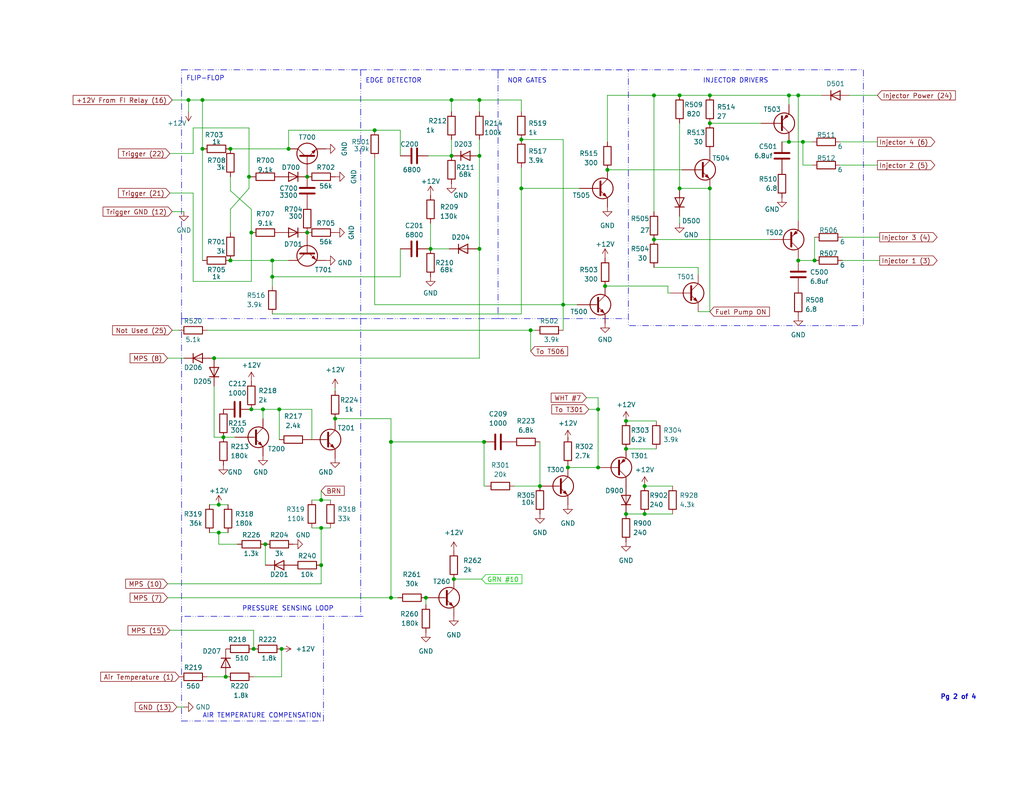
<source format=kicad_sch>
(kicad_sch (version 20230121) (generator eeschema)
  (paper "A")
  (title_block (title "D-Jetronic 0 280 000 034 ECU for Volvo") (date "2023-12-28") (comment 1 "Redrawn by David Farrington") (comment 2 "Copied from Dale Rembold") (comment 3 "Following Layout by F.W. Kerfoot"))
  (lib_symbols
    (symbol "BC328_1" (pin_numbers hide) (pin_names (offset 0) hide)
      (property "Reference" "Q" (at 5.08 1.905 0))
      (property "Value" "BC328" (at 5.08 0 0))
      (symbol "BC328_1_0_1"
        (polyline (pts (xy 0.635 0.635) (xy 2.54 2.54)))
        (polyline (pts (xy 0.635 -0.635) (xy 2.54 -2.54) (xy 2.54 -2.54)))
        (polyline (pts (xy 0.635 1.905) (xy 0.635 -1.905) (xy 0.635 -1.905)) (stroke (width 0.508)))
        (polyline (pts (xy 2.286 -1.778) (xy 1.778 -2.286) (xy 1.27 -1.27) (xy 2.286 -1.778) (xy 2.286 -1.778)) (fill (type outline)))
        (circle (center 1.27 0) (radius 2.8194) (stroke (width 0.254)))
      )
      (symbol "BC328_1_1_1"
        (pin passive line (at 2.54 5.08 270) (length 2.54) (name "C") (number "1"))
        (pin input line (at -5.08 0 0) (length 5.715) (name "B") (number "2"))
        (pin passive line (at 2.54 -5.08 90) (length 2.54) (name "E") (number "3"))
      )
    )
    (symbol "BC328_2" (pin_numbers hide) (pin_names (offset 0) hide)
      (property "Reference" "Q" (at 5.08 1.905 0))
      (property "Value" "BC328" (at 5.08 0 0))
      (symbol "BC328_2_0_1"
        (polyline (pts (xy 0.635 0.635) (xy 2.54 2.54)))
        (polyline (pts (xy 0.635 -0.635) (xy 2.54 -2.54) (xy 2.54 -2.54)))
        (polyline (pts (xy 0.635 1.905) (xy 0.635 -1.905) (xy 0.635 -1.905)) (stroke (width 0.508)))
        (polyline (pts (xy 2.286 -1.778) (xy 1.778 -2.286) (xy 1.27 -1.27) (xy 2.286 -1.778) (xy 2.286 -1.778)) (fill (type outline)))
        (circle (center 1.27 0) (radius 2.8194) (stroke (width 0.254)))
      )
      (symbol "BC328_2_1_1"
        (pin passive line (at 2.54 5.08 270) (length 2.54) (name "C") (number "1"))
        (pin input line (at -5.08 0 0) (length 5.715) (name "B") (number "2"))
        (pin passive line (at 2.54 -5.08 90) (length 2.54) (name "E") (number "3"))
      )
    )
    (symbol "BC337_1" (pin_numbers hide) (pin_names (offset 0) hide)
      (property "Reference" "Q" (at 5.08 1.905 0))
      (property "Value" "BC337" (at 5.08 0 0))
      (symbol "BC337_1_0_1"
        (polyline (pts (xy 0 0) (xy 0.635 0)))
        (polyline (pts (xy 0.635 0.635) (xy 2.54 2.54)))
        (polyline (pts (xy 0.635 -0.635) (xy 2.54 -2.54) (xy 2.54 -2.54)))
        (polyline (pts (xy 0.635 1.905) (xy 0.635 -1.905) (xy 0.635 -1.905)) (stroke (width 0.508)))
        (polyline (pts (xy 1.27 -1.778) (xy 1.778 -1.27) (xy 2.286 -2.286) (xy 1.27 -1.778) (xy 1.27 -1.778)) (fill (type outline)))
        (circle (center 1.27 0) (radius 2.8194) (stroke (width 0.254)))
      )
      (symbol "BC337_1_1_1"
        (pin passive line (at 2.54 5.08 270) (length 2.54) (name "C") (number "1"))
        (pin input line (at -5.08 0 0) (length 5.08) (name "B") (number "2"))
        (pin passive line (at 2.54 -5.08 90) (length 2.54) (name "E") (number "3"))
      )
    )
    (symbol "BC338_1" (pin_numbers hide) (pin_names (offset 0) hide)
      (property "Reference" "Q" (at 5.08 1.905 0))
      (property "Value" "BC338" (at 5.08 0 0))
      (symbol "BC338_1_0_1"
        (polyline (pts (xy 0 0) (xy 0.635 0)))
        (polyline (pts (xy 0.635 0.635) (xy 2.54 2.54)))
        (polyline (pts (xy 0.635 -0.635) (xy 2.54 -2.54) (xy 2.54 -2.54)))
        (polyline (pts (xy 0.635 1.905) (xy 0.635 -1.905) (xy 0.635 -1.905)) (stroke (width 0.508)))
        (polyline (pts (xy 1.27 -1.778) (xy 1.778 -1.27) (xy 2.286 -2.286) (xy 1.27 -1.778) (xy 1.27 -1.778)) (fill (type outline)))
        (circle (center 1.27 0) (radius 2.8194) (stroke (width 0.254)))
      )
      (symbol "BC338_1_1_1"
        (pin passive line (at 2.54 5.08 270) (length 2.54) (name "C") (number "1"))
        (pin input line (at -5.08 0 0) (length 5.08) (name "B") (number "2"))
        (pin passive line (at 2.54 -5.08 90) (length 2.54) (name "E") (number "3"))
      )
    )
    (symbol "BC338_2" (pin_numbers hide) (pin_names (offset 0) hide)
      (property "Reference" "Q" (at 5.08 1.905 0))
      (property "Value" "BC338" (at 5.08 0 0))
      (symbol "BC338_2_0_1"
        (polyline (pts (xy 0 0) (xy 0.635 0)))
        (polyline (pts (xy 0.635 0.635) (xy 2.54 2.54)))
        (polyline (pts (xy 0.635 -0.635) (xy 2.54 -2.54) (xy 2.54 -2.54)))
        (polyline (pts (xy 0.635 1.905) (xy 0.635 -1.905) (xy 0.635 -1.905)) (stroke (width 0.508)))
        (polyline (pts (xy 1.27 -1.778) (xy 1.778 -1.27) (xy 2.286 -2.286) (xy 1.27 -1.778) (xy 1.27 -1.778)) (fill (type outline)))
        (circle (center 1.27 0) (radius 2.8194) (stroke (width 0.254)))
      )
      (symbol "BC338_2_1_1"
        (pin passive line (at 2.54 5.08 270) (length 2.54) (name "C") (number "1"))
        (pin input line (at -5.08 0 0) (length 5.08) (name "B") (number "2"))
        (pin passive line (at 2.54 -5.08 90) (length 2.54) (name "E") (number "3"))
      )
    )
    (symbol "BC338_3" (pin_numbers hide) (pin_names (offset 0) hide)
      (property "Reference" "Q" (at 5.08 1.905 0))
      (property "Value" "BC338" (at 5.08 0 0))
      (symbol "BC338_3_0_1"
        (polyline (pts (xy 0 0) (xy 0.635 0)))
        (polyline (pts (xy 0.635 0.635) (xy 2.54 2.54)))
        (polyline (pts (xy 0.635 -0.635) (xy 2.54 -2.54) (xy 2.54 -2.54)))
        (polyline (pts (xy 0.635 1.905) (xy 0.635 -1.905) (xy 0.635 -1.905)) (stroke (width 0.508)))
        (polyline (pts (xy 1.27 -1.778) (xy 1.778 -1.27) (xy 2.286 -2.286) (xy 1.27 -1.778) (xy 1.27 -1.778)) (fill (type outline)))
        (circle (center 1.27 0) (radius 2.8194) (stroke (width 0.254)))
      )
      (symbol "BC338_3_1_1"
        (pin passive line (at 2.54 5.08 270) (length 2.54) (name "C") (number "1"))
        (pin input line (at -5.08 0 0) (length 5.08) (name "B") (number "2"))
        (pin passive line (at 2.54 -5.08 90) (length 2.54) (name "E") (number "3"))
      )
    )
    (symbol "Device:C" (pin_numbers hide) (pin_names (offset 0.254))
      (property "Reference" "C" (at 0.635 2.54 0))
      (property "Value" "C" (at 0.635 -2.54 0))
      (symbol "C_0_1"
        (polyline (pts (xy -2.032 -0.762) (xy 2.032 -0.762)) (stroke (width 0.508)))
        (polyline (pts (xy -2.032 0.762) (xy 2.032 0.762)) (stroke (width 0.508)))
      )
      (symbol "C_1_1"
        (pin passive line (at 0 3.81 270) (length 2.794) (name "~") (number "1"))
        (pin passive line (at 0 -3.81 90) (length 2.794) (name "~") (number "2"))
      )
    )
    (symbol "Device:D" (pin_numbers hide) (pin_names (offset 1.016) hide)
      (property "Reference" "D" (at 0 2.54 0))
      (property "Value" "D" (at 0 -2.54 0))
      (symbol "D_0_1"
        (polyline (pts (xy -1.27 1.27) (xy -1.27 -1.27)) (stroke (width 0.254)))
        (polyline (pts (xy 1.27 0) (xy -1.27 0)))
        (polyline (pts (xy 1.27 1.27) (xy 1.27 -1.27) (xy -1.27 0) (xy 1.27 1.27)) (stroke (width 0.254)))
      )
      (symbol "D_1_1"
        (pin passive line (at -3.81 0 0) (length 2.54) (name "K") (number "1"))
        (pin passive line (at 3.81 0 180) (length 2.54) (name "A") (number "2"))
      )
    )
    (symbol "Device:R" (pin_numbers hide) (pin_names (offset 0))
      (property "Reference" "R" (at 2.032 0 90))
      (property "Value" "R" (at 0 0 90))
      (symbol "R_0_1"
        (rectangle (start -1.016 -2.54) (end 1.016 2.54) (stroke (width 0.254)))
      )
      (symbol "R_1_1"
        (pin passive line (at 0 3.81 270) (length 1.27) (name "~") (number "1"))
        (pin passive line (at 0 -3.81 90) (length 1.27) (name "~") (number "2"))
      )
    )
    (symbol "Transistor_BJT:BC337" (pin_numbers hide) (pin_names (offset 0) hide)
      (property "Reference" "Q" (at 5.08 1.905 0))
      (property "Value" "BC337" (at 5.08 0 0))
      (symbol "BC337_0_1"
        (polyline (pts (xy 0 0) (xy 0.635 0)))
        (polyline (pts (xy 0.635 0.635) (xy 2.54 2.54)))
        (polyline (pts (xy 0.635 -0.635) (xy 2.54 -2.54) (xy 2.54 -2.54)))
        (polyline (pts (xy 0.635 1.905) (xy 0.635 -1.905) (xy 0.635 -1.905)) (stroke (width 0.508)))
        (polyline (pts (xy 1.27 -1.778) (xy 1.778 -1.27) (xy 2.286 -2.286) (xy 1.27 -1.778) (xy 1.27 -1.778)) (fill (type outline)))
        (circle (center 1.27 0) (radius 2.8194) (stroke (width 0.254)))
      )
      (symbol "BC337_1_1"
        (pin passive line (at 2.54 5.08 270) (length 2.54) (name "C") (number "1"))
        (pin input line (at -5.08 0 0) (length 5.08) (name "B") (number "2"))
        (pin passive line (at 2.54 -5.08 90) (length 2.54) (name "E") (number "3"))
      )
    )
    (symbol "Transistor_BJT:BC338" (pin_numbers hide) (pin_names (offset 0) hide)
      (property "Reference" "Q" (at 5.08 1.905 0))
      (property "Value" "BC338" (at 5.08 0 0))
      (symbol "BC338_0_1"
        (polyline (pts (xy 0 0) (xy 0.635 0)))
        (polyline (pts (xy 0.635 0.635) (xy 2.54 2.54)))
        (polyline (pts (xy 0.635 -0.635) (xy 2.54 -2.54) (xy 2.54 -2.54)))
        (polyline (pts (xy 0.635 1.905) (xy 0.635 -1.905) (xy 0.635 -1.905)) (stroke (width 0.508)))
        (polyline (pts (xy 1.27 -1.778) (xy 1.778 -1.27) (xy 2.286 -2.286) (xy 1.27 -1.778) (xy 1.27 -1.778)) (fill (type outline)))
        (circle (center 1.27 0) (radius 2.8194) (stroke (width 0.254)))
      )
      (symbol "BC338_1_1"
        (pin passive line (at 2.54 5.08 270) (length 2.54) (name "C") (number "1"))
        (pin input line (at -5.08 0 0) (length 5.08) (name "B") (number "2"))
        (pin passive line (at 2.54 -5.08 90) (length 2.54) (name "E") (number "3"))
      )
    )
    (symbol "power:+12V" (power) (pin_names (offset 0))
      (property "Value" "+12V" (at 0 3.556 0))
      (symbol "+12V_0_1"
        (polyline (pts (xy -0.762 1.27) (xy 0 2.54)))
        (polyline (pts (xy 0 0) (xy 0 2.54)))
        (polyline (pts (xy 0 2.54) (xy 0.762 1.27)))
      )
      (symbol "+12V_1_1"
        (pin power_in line (at 0 0 90) (length 0) hide (name "+12V") (number "1"))
      )
    )
    (symbol "power:GND" (power) (pin_names (offset 0))
      (property "Value" "GND" (at 0 -3.81 0))
      (symbol "GND_0_1"
        (polyline (pts (xy 0 0) (xy 0 -1.27) (xy 1.27 -1.27) (xy 0 -2.54) (xy -1.27 -1.27) (xy 0 -1.27)))
      )
      (symbol "GND_1_1"
        (pin power_in line (at 0 0 270) (length 0) hide (name "GND") (number "1"))
      )
    )
  )
  (junction (at 185.42 51.435))
  (junction (at 147.32 132.715))
  (junction (at 117.475 67.945))
  (junction (at 165.735 46.355))
  (junction (at 62.865 71.12))
  (junction (at 123.19 27.305))
  (junction (at 68.58 111.76))
  (junction (at 74.295 75.565))
  (junction (at 116.205 163.195))
  (junction (at 222.25 71.12))
  (junction (at 60.96 119.38))
  (junction (at 87.63 154.305))
  (junction (at 61.595 184.785))
  (junction (at 215.265 26.035))
  (junction (at 68.58 63.5))
  (junction (at 78.74 40.64))
  (junction (at 193.675 33.655))
  (junction (at 67.945 48.26))
  (junction (at 154.94 127.635))
  (junction (at 59.69 137.795))
  (junction (at 217.805 26.035))
  (junction (at 55.245 27.305))
  (junction (at 62.865 40.64))
  (junction (at 175.895 132.715))
  (junction (at 76.835 177.165))
  (junction (at 51.435 27.305))
  (junction (at 102.235 35.56))
  (junction (at 123.19 42.545))
  (junction (at 76.2 111.76))
  (junction (at 219.075 38.735))
  (junction (at 193.675 51.435))
  (junction (at 193.675 26.035))
  (junction (at 132.08 120.65))
  (junction (at 163.195 127.635))
  (junction (at 142.24 51.435))
  (junction (at 144.78 90.17))
  (junction (at 58.42 97.79))
  (junction (at 163.195 111.76))
  (junction (at 215.265 38.735))
  (junction (at 74.295 71.12))
  (junction (at 170.815 122.555))
  (junction (at 178.435 26.035))
  (junction (at 59.69 145.415))
  (junction (at 71.755 111.76))
  (junction (at 106.68 163.195))
  (junction (at 175.895 140.335))
  (junction (at 83.82 48.26))
  (junction (at 91.44 114.3))
  (junction (at 87.63 136.525))
  (junction (at 83.82 63.5))
  (junction (at 130.81 42.545))
  (junction (at 170.815 114.935))
  (junction (at 69.215 177.165))
  (junction (at 130.81 67.945))
  (junction (at 185.42 26.035))
  (junction (at 142.24 38.1))
  (junction (at 55.245 40.64))
  (junction (at 165.1 78.105))
  (junction (at 153.67 83.185))
  (junction (at 72.39 148.59))
  (junction (at 123.825 158.115))
  (junction (at 170.815 140.335))
  (junction (at 217.805 71.12))
  (junction (at 178.435 65.405))
  (junction (at 106.68 120.65))
  (junction (at 130.81 27.305))
  (junction (at 87.63 144.145))
  (wire (pts (xy 132.08 132.715) (xy 132.715 132.715)))
  (wire (pts (xy 52.705 52.705) (xy 52.705 76.835)))
  (wire (pts (xy 219.075 45.085) (xy 219.075 38.735)))
  (wire (pts (xy 116.205 165.1) (xy 116.205 163.195)))
  (wire (pts (xy 68.58 57.15) (xy 68.58 63.5)))
  (wire (pts (xy 68.58 76.835) (xy 68.58 63.5)))
  (wire (pts (xy 170.815 140.335) (xy 175.895 140.335)))
  (polyline (pts (xy 49.53 168.275) (xy 49.53 196.85)) (stroke (width 0) (type dash_dot_dot)))
  (wire (pts (xy 142.24 51.435) (xy 158.115 51.435)))
  (wire (pts (xy 59.69 148.59) (xy 64.77 148.59)))
  (wire (pts (xy 229.235 45.085) (xy 239.395 45.085)))
  (wire (pts (xy 45.72 159.385) (xy 87.63 159.385)))
  (wire (pts (xy 160.02 108.585) (xy 163.195 108.585)))
  (wire (pts (xy 67.945 48.26) (xy 68.58 48.26)))
  (wire (pts (xy 52.705 76.835) (xy 68.58 76.835)))
  (wire (pts (xy 144.78 90.17) (xy 146.05 90.17)))
  (wire (pts (xy 78.74 35.56) (xy 102.235 35.56)))
  (wire (pts (xy 142.24 85.725) (xy 142.24 51.435)))
  (wire (pts (xy 231.775 26.035) (xy 239.395 26.035)))
  (wire (pts (xy 51.435 27.305) (xy 51.435 30.48)))
  (wire (pts (xy 106.68 120.65) (xy 132.08 120.65)))
  (wire (pts (xy 165.735 26.035) (xy 165.735 38.735)))
  (wire (pts (xy 182.245 80.01) (xy 182.88 80.01)))
  (wire (pts (xy 74.295 75.565) (xy 74.295 78.105)))
  (wire (pts (xy 130.81 42.545) (xy 130.81 67.945)))
  (wire (pts (xy 142.24 38.1) (xy 153.67 38.1)))
  (wire (pts (xy 46.355 52.705) (xy 52.705 52.705)))
  (wire (pts (xy 229.87 71.12) (xy 240.03 71.12)))
  (wire (pts (xy 217.805 26.035) (xy 224.155 26.035)))
  (wire (pts (xy 109.22 35.56) (xy 109.22 42.545)))
  (wire (pts (xy 185.42 60.96) (xy 185.42 59.055)))
  (wire (pts (xy 78.74 40.64) (xy 78.74 35.56)))
  (wire (pts (xy 185.42 26.035) (xy 193.675 26.035)))
  (wire (pts (xy 185.42 51.435) (xy 193.675 51.435)))
  (wire (pts (xy 52.705 41.91) (xy 52.705 34.925)))
  (wire (pts (xy 74.295 75.565) (xy 74.295 71.12)))
  (wire (pts (xy 130.81 67.945) (xy 130.81 97.79)))
  (wire (pts (xy 57.785 97.79) (xy 58.42 97.79)))
  (wire (pts (xy 72.39 148.59) (xy 72.39 154.305)))
  (wire (pts (xy 87.63 144.145) (xy 87.63 154.305)))
  (wire (pts (xy 76.2 111.76) (xy 76.2 120.015)))
  (wire (pts (xy 123.19 38.1) (xy 123.19 42.545)))
  (wire (pts (xy 193.675 85.09) (xy 193.675 51.435)))
  (wire (pts (xy 55.245 40.64) (xy 55.245 71.12)))
  (wire (pts (xy 221.615 38.735) (xy 219.075 38.735)))
  (wire (pts (xy 130.81 38.1) (xy 130.81 42.545)))
  (wire (pts (xy 51.435 27.305) (xy 55.245 27.305)))
  (wire (pts (xy 55.245 27.305) (xy 55.245 40.64)))
  (wire (pts (xy 144.78 90.17) (xy 144.78 95.885)))
  (wire (pts (xy 62.865 71.12) (xy 74.295 71.12)))
  (wire (pts (xy 87.63 133.985) (xy 87.63 136.525)))
  (wire (pts (xy 62.865 52.07) (xy 68.58 57.15)))
  (wire (pts (xy 182.245 78.105) (xy 165.1 78.105)))
  (wire (pts (xy 67.945 34.925) (xy 67.945 48.26)))
  (wire (pts (xy 190.5 74.93) (xy 190.5 73.025)))
  (wire (pts (xy 163.195 111.76) (xy 163.195 127.635)))
  (wire (pts (xy 91.44 106.68) (xy 91.44 106.045)))
  (wire (pts (xy 57.15 145.415) (xy 59.69 145.415)))
  (wire (pts (xy 132.08 120.65) (xy 132.08 132.715)))
  (wire (pts (xy 154.94 119.38) (xy 154.94 120.015)))
  (wire (pts (xy 102.235 43.18) (xy 102.235 83.185)))
  (wire (pts (xy 217.805 70.485) (xy 217.805 71.12)))
  (wire (pts (xy 215.265 26.035) (xy 215.265 28.575)))
  (wire (pts (xy 170.815 114.935) (xy 179.07 114.935)))
  (wire (pts (xy 69.215 177.165) (xy 69.215 172.085)))
  (wire (pts (xy 106.68 120.65) (xy 106.68 163.195)))
  (wire (pts (xy 130.175 67.945) (xy 130.81 67.945)))
  (wire (pts (xy 46.355 41.91) (xy 52.705 41.91)))
  (polyline (pts (xy 88.265 196.85) (xy 88.265 168.275)) (stroke (width 0) (type dash_dot_dot)))
  (wire (pts (xy 109.22 67.945) (xy 109.22 75.565)))
  (wire (pts (xy 154.94 127) (xy 154.94 127.635)))
  (wire (pts (xy 58.42 119.38) (xy 60.96 119.38)))
  (wire (pts (xy 163.195 108.585) (xy 163.195 111.76)))
  (polyline (pts (xy 135.89 19.05) (xy 135.89 19.685)))
  (polyline (pts (xy 98.425 86.995) (xy 98.425 168.275)) (stroke (width 0) (type dash_dot_dot)))
  (wire (pts (xy 74.295 85.725) (xy 142.24 85.725)))
  (wire (pts (xy 74.295 71.12) (xy 78.74 71.12)))
  (polyline (pts (xy 49.53 86.995) (xy 98.425 86.995)) (stroke (width 0) (type dash_dot_dot)))
  (wire (pts (xy 193.675 33.655) (xy 207.645 33.655)))
  (wire (pts (xy 61.595 184.785) (xy 56.515 184.785)))
  (wire (pts (xy 87.63 144.145) (xy 90.17 144.145)))
  (wire (pts (xy 50.165 97.79) (xy 45.72 97.79)))
  (wire (pts (xy 55.245 27.305) (xy 123.19 27.305)))
  (wire (pts (xy 87.63 154.305) (xy 87.63 159.385)))
  (wire (pts (xy 58.42 97.79) (xy 130.81 97.79)))
  (wire (pts (xy 102.235 83.185) (xy 153.67 83.185)))
  (wire (pts (xy 147.32 120.65) (xy 147.32 132.715)))
  (wire (pts (xy 46.99 57.785) (xy 50.165 57.785)))
  (polyline (pts (xy 49.53 86.995) (xy 49.53 168.275)) (stroke (width 0) (type dash_dot_dot)))
  (wire (pts (xy 45.72 163.195) (xy 106.68 163.195)))
  (wire (pts (xy 222.25 64.77) (xy 222.25 71.12)))
  (polyline (pts (xy 49.53 19.05) (xy 98.425 19.05)) (stroke (width 0) (type dash_dot_dot)))
  (wire (pts (xy 106.68 163.195) (xy 108.585 163.195)))
  (wire (pts (xy 76.835 184.785) (xy 76.835 177.165)))
  (wire (pts (xy 58.42 105.41) (xy 58.42 119.38)))
  (wire (pts (xy 46.99 90.17) (xy 48.895 90.17)))
  (polyline (pts (xy 135.89 19.05) (xy 171.45 19.05)) (stroke (width 0) (type dash_dot)))
  (wire (pts (xy 117.475 60.96) (xy 117.475 67.945)))
  (wire (pts (xy 190.5 73.025) (xy 178.435 73.025)))
  (wire (pts (xy 106.68 120.65) (xy 106.68 114.3)))
  (wire (pts (xy 57.15 137.795) (xy 59.69 137.795)))
  (wire (pts (xy 62.865 40.64) (xy 78.74 40.64)))
  (wire (pts (xy 71.755 111.76) (xy 68.58 111.76)))
  (wire (pts (xy 193.675 26.035) (xy 215.265 26.035)))
  (wire (pts (xy 217.805 71.12) (xy 222.25 71.12)))
  (wire (pts (xy 178.435 26.035) (xy 185.42 26.035)))
  (wire (pts (xy 85.09 120.015) (xy 85.09 111.76)))
  (wire (pts (xy 154.94 127.635) (xy 163.195 127.635)))
  (wire (pts (xy 221.615 45.085) (xy 219.075 45.085)))
  (wire (pts (xy 91.44 114.3) (xy 106.68 114.3)))
  (polyline (pts (xy 98.425 19.05) (xy 135.89 19.05)) (stroke (width 0) (type dash_dot_dot)))
  (wire (pts (xy 85.09 111.76) (xy 76.2 111.76)))
  (wire (pts (xy 69.215 184.785) (xy 76.835 184.785)))
  (wire (pts (xy 217.805 26.035) (xy 217.805 60.325)))
  (wire (pts (xy 215.265 26.035) (xy 217.805 26.035)))
  (wire (pts (xy 74.295 75.565) (xy 109.22 75.565)))
  (polyline (pts (xy 98.425 168.275) (xy 99.06 168.275)))
  (wire (pts (xy 142.24 51.435) (xy 142.24 45.72)))
  (wire (pts (xy 123.825 158.115) (xy 131.445 158.115)))
  (wire (pts (xy 178.435 65.405) (xy 210.185 65.405)))
  (polyline (pts (xy 98.425 168.275) (xy 49.53 168.275)) (stroke (width 0) (type dash_dot_dot)))
  (polyline (pts (xy 98.425 86.995) (xy 135.89 86.995)) (stroke (width 0) (type dash_dot_dot)))
  (wire (pts (xy 165.735 26.035) (xy 178.435 26.035)))
  (wire (pts (xy 91.44 114.3) (xy 91.44 114.935)))
  (wire (pts (xy 185.42 33.655) (xy 185.42 51.435)))
  (polyline (pts (xy 135.89 86.995) (xy 171.45 86.995)) (stroke (width 0) (type dash_dot_dot)))
  (wire (pts (xy 52.705 34.925) (xy 67.945 34.925)))
  (wire (pts (xy 160.655 111.76) (xy 163.195 111.76)))
  (wire (pts (xy 123.19 27.305) (xy 123.19 30.48)))
  (wire (pts (xy 59.69 145.415) (xy 62.23 145.415)))
  (wire (pts (xy 85.09 136.525) (xy 87.63 136.525)))
  (wire (pts (xy 153.67 83.185) (xy 157.48 83.185)))
  (wire (pts (xy 153.67 38.1) (xy 153.67 83.185)))
  (wire (pts (xy 50.165 193.04) (xy 48.26 193.04)))
  (wire (pts (xy 62.865 57.15) (xy 62.865 63.5)))
  (wire (pts (xy 116.84 42.545) (xy 123.19 42.545)))
  (wire (pts (xy 175.895 140.335) (xy 183.515 140.335)))
  (wire (pts (xy 130.81 27.305) (xy 142.24 27.305)))
  (wire (pts (xy 165.735 46.355) (xy 186.055 46.355)))
  (wire (pts (xy 87.63 136.525) (xy 90.17 136.525)))
  (wire (pts (xy 140.335 132.715) (xy 147.32 132.715)))
  (wire (pts (xy 190.5 85.09) (xy 193.675 85.09)))
  (wire (pts (xy 182.245 80.01) (xy 182.245 78.105)))
  (wire (pts (xy 67.945 48.26) (xy 67.945 51.435)))
  (wire (pts (xy 60.96 119.38) (xy 64.135 119.38)))
  (polyline (pts (xy 49.53 86.995) (xy 49.53 19.05)) (stroke (width 0) (type dash_dot_dot)))
  (wire (pts (xy 153.67 90.17) (xy 153.67 83.185)))
  (polyline (pts (xy 49.53 196.85) (xy 88.265 196.85)) (stroke (width 0) (type dash_dot_dot)))
  (wire (pts (xy 102.235 35.56) (xy 109.22 35.56)))
  (wire (pts (xy 117.475 67.945) (xy 122.555 67.945)))
  (wire (pts (xy 123.19 27.305) (xy 130.81 27.305)))
  (wire (pts (xy 85.09 144.145) (xy 87.63 144.145)))
  (polyline (pts (xy 135.89 19.685) (xy 135.89 86.995)) (stroke (width 0) (type dash_dot_dot)))
  (wire (pts (xy 71.755 111.76) (xy 71.755 114.3)))
  (wire (pts (xy 175.895 132.715) (xy 183.515 132.715)))
  (wire (pts (xy 229.235 38.735) (xy 239.395 38.735)))
  (wire (pts (xy 62.865 48.26) (xy 62.865 52.07)))
  (wire (pts (xy 229.87 64.77) (xy 240.03 64.77)))
  (wire (pts (xy 69.215 172.085) (xy 46.355 172.085)))
  (wire (pts (xy 116.84 67.945) (xy 117.475 67.945)))
  (wire (pts (xy 59.69 145.415) (xy 59.69 148.59)))
  (wire (pts (xy 170.815 122.555) (xy 179.07 122.555)))
  (wire (pts (xy 215.265 38.735) (xy 219.075 38.735)))
  (polyline (pts (xy 98.425 19.05) (xy 98.425 86.995)) (stroke (width 0) (type dash_dot_dot)))
  (wire (pts (xy 178.435 26.035) (xy 178.435 57.785)))
  (wire (pts (xy 213.36 38.735) (xy 215.265 38.735)))
  (wire (pts (xy 56.515 90.17) (xy 144.78 90.17)))
  (wire (pts (xy 59.69 137.795) (xy 62.23 137.795)))
  (wire (pts (xy 142.24 27.305) (xy 142.24 30.48)))
  (wire (pts (xy 67.945 51.435) (xy 62.865 57.15)))
  (wire (pts (xy 71.755 111.76) (xy 76.2 111.76)))
  (wire (pts (xy 46.99 27.305) (xy 51.435 27.305)))
  (wire (pts (xy 130.81 27.305) (xy 130.81 30.48)))
  (rectangle (start 171.45 19.05) (end 235.585 88.9) (stroke (width 0) (type dash_dot_dot)))
  (text "Pg 2 of 4" (at 256.54 191.135 0) (effects (font (size 1.27 1.27) bold) (justify left bottom)))
  (text "PRESSURE SENSING LOOP" (at 66.04 167.005 0) (effects (font (size 1.27 1.27)) (justify left bottom)))
  (text "EDGE DETECTOR" (at 99.695 22.86 0) (effects (font (size 1.27 1.27)) (justify left bottom)))
  (text "FLIP-FLOP" (at 50.8 22.225 0) (effects (font (size 1.27 1.27)) (justify left bottom)))
  (text "NOR GATES" (at 138.43 22.86 0) (effects (font (size 1.27 1.27)) (justify left bottom)))
  (text "AIR TEMPERATURE COMPENSATION" (at 55.245 196.215 0) (effects (font (size 1.27 1.27)) (justify left bottom)))
  (text "INJECTOR DRIVERS" (at 191.77 22.86 0) (effects (font (size 1.27 1.27)) (justify left bottom)))
  (global_label "Not Used (25)" (shape input) (at 46.99 90.17 180) (property "Intersheetrefs" "${INTERSHEET_REFS}" (at 30.2352 90.17 0) (effects (justify right))))
  (global_label "Trigger GND (12)" (shape input) (at 46.99 57.785 180) (property "Intersheetrefs" "${INTERSHEET_REFS}" (at 27.6347 57.785 0) (effects (justify right))))
  (global_label "Injector Power (24)" (shape input) (at 239.395 26.035 0) (property "Intersheetrefs" "${INTERSHEET_REFS}" (at 261.1694 26.035 0) (effects (justify left))))
  (global_label "To T506" (shape input) (at 144.78 95.885 0) (property "Intersheetrefs" "${INTERSHEET_REFS}" (at 155.4455 95.885 0) (effects (justify left))))
  (global_label "MPS (8)" (shape input) (at 45.72 97.79 180) (property "Intersheetrefs" "${INTERSHEET_REFS}" (at 35.0128 97.79 0) (effects (justify right))))
  (global_label "Air Temperature (1)" (shape input) (at 48.895 184.785 180) (property "Intersheetrefs" "${INTERSHEET_REFS}" (at 26.9997 184.785 0) (effects (justify right))))
  (global_label "+12V From FI Relay (16)" (shape input) (at 46.99 27.305 180) (property "Intersheetrefs" "${INTERSHEET_REFS}" (at 19.4705 27.305 0) (effects (justify right))))
  (global_label "Fuel Pump ON" (shape input) (at 193.675 85.09 0) (property "Intersheetrefs" "${INTERSHEET_REFS}" (at 210.5091 85.09 0) (effects (justify left))))
  (global_label "MPS (10)" (shape input) (at 45.72 159.385 180) (property "Intersheetrefs" "${INTERSHEET_REFS}" (at 33.8033 159.385 0) (effects (justify right))))
  (global_label "Injector 1 (3)" (shape output) (at 240.03 71.12 0) (property "Intersheetrefs" "${INTERSHEET_REFS}" (at 256.1801 71.12 0) (effects (justify left))))
  (global_label "Injector 2 (5)" (shape output) (at 239.395 45.085 0) (property "Intersheetrefs" "${INTERSHEET_REFS}" (at 255.5451 45.085 0) (effects (justify left))))
  (global_label "Trigger (22)" (shape input) (at 46.355 41.91 180) (property "Intersheetrefs" "${INTERSHEET_REFS}" (at 31.8378 41.91 0) (effects (justify right))))
  (global_label "GND (13)" (shape input) (at 48.26 193.04 180) (property "Intersheetrefs" "${INTERSHEET_REFS}" (at 36.4037 193.04 0) (effects (justify right))))
  (global_label "Trigger (21)" (shape input) (at 46.355 52.705 180) (property "Intersheetrefs" "${INTERSHEET_REFS}" (at 31.8378 52.705 0) (effects (justify right))))
  (global_label "To T301" (shape input) (at 160.655 111.76 180) (property "Intersheetrefs" "${INTERSHEET_REFS}" (at 149.9895 111.76 0) (effects (justify right))))
  (global_label "Injector 4 (6)" (shape output) (at 239.395 38.735 0) (property "Intersheetrefs" "${INTERSHEET_REFS}" (at 255.5451 38.735 0) (effects (justify left))))
  (global_label "GRN #10" (shape input) (at 131.445 158.115 0) (property "Intersheetrefs" "${INTERSHEET_REFS}" (at 142.9573 158.115 0) (effects (justify left))))
  (global_label "MPS (7)" (shape input) (at 45.72 163.195 180) (property "Intersheetrefs" "${INTERSHEET_REFS}" (at 35.0128 163.195 0) (effects (justify right))))
  (global_label "WHT #7" (shape input) (at 160.02 108.585 180) (property "Intersheetrefs" "${INTERSHEET_REFS}" (at 149.8382 108.585 0) (effects (justify right))))
  (global_label "Injector 3 (4)" (shape output) (at 240.03 64.77 0) (property "Intersheetrefs" "${INTERSHEET_REFS}" (at 256.1801 64.77 0) (effects (justify left))))
  (global_label "BRN" (shape input) (at 87.63 133.985 0) (property "Intersheetrefs" "${INTERSHEET_REFS}" (at 94.4857 133.985 0) (effects (justify left))))
  (global_label "MPS (15)" (shape input) (at 46.355 172.085 180) (property "Intersheetrefs" "${INTERSHEET_REFS}" (at 34.4383 172.085 0) (effects (justify right))))
  (symbol (lib_id "Device:D") (at 185.42 55.245 90) (unit 1)
    (property "Reference" "D500" (at 186.055 60.325 90) (effects (justify right)))
    (property "Value" "D" (effects hide))
    (property "Sim.Device" "D" (effects hide))
    (property "Sim.Pins" "1=K 2=A" (effects hide))
  )
  (symbol (lib_name "BC337_1") (lib_id "Transistor_BJT:BC337") (at 152.4 132.715 0) (unit 1)
    (property "Reference" "T300" (at 149.225 128.27 0) (effects (justify left)))
    (property "Value" "BC337" (effects hide))
    (property "Footprint" "Package_TO_SOT_THT:TO-92_Inline" (effects hide))
    (property "Datasheet" "https://diotec.com/tl_files/diotec/files/pdf/datasheets/bc337.pdf" (effects hide))
    (instances (project "034 ECU v4" (path "" (reference "T300") (unit 1))) (project "Bosch 280000034 v2" (path "" (reference "T501") (unit 1))) (project "Bosch 280000034 v3" (path "" (reference "T501") (unit 1))))
  )
  (symbol (lib_id "Device:R") (at 65.405 177.165 90) (unit 1)
    (property "Reference" "R218" (at 67.31 174.625 90) (effects (justify left)))
    (property "Value" "510" (at 67.945 179.705 90) (effects (justify left)))
  )
  (symbol (lib_id "power:GND") (at 88.9 40.64 90) (unit 1)
    (property "Reference" "#PWR022" (effects hide))
    (property "Value" "GND" (at 93.98 40.64 0))
  )
  (symbol (lib_id "Device:D") (at 170.815 136.525 90) (unit 1)
    (property "Reference" "D900" (at 165.1 133.985 90) (effects (justify right)))
    (property "Value" "D" (effects hide))
    (property "Sim.Device" "D" (effects hide))
    (property "Sim.Pins" "1=K 2=A" (effects hide))
  )
  (symbol (lib_id "power:GND") (at 91.44 63.5 90) (unit 1)
    (property "Reference" "#PWR06" (effects hide))
    (property "Value" "GND" (at 95.885 63.5 0))
  )
  (symbol (lib_name "BC337_1") (lib_id "Transistor_BJT:BC337") (at 187.96 80.01 0) (unit 1)
    (property "Reference" "T501" (at 184.785 75.565 0) (effects (justify left)))
    (property "Value" "BC337" (effects hide))
    (property "Footprint" "Package_TO_SOT_THT:TO-92_Inline" (effects hide))
    (property "Datasheet" "https://diotec.com/tl_files/diotec/files/pdf/datasheets/bc337.pdf" (effects hide))
  )
  (symbol (lib_id "Device:R") (at 154.94 123.19 0) (unit 1)
    (property "Reference" "R302" (at 156.845 121.92 0) (effects (justify left)))
    (property "Value" "2.7k" (at 156.845 124.46 0) (effects (justify left)))
  )
  (symbol (lib_id "Device:D") (at 58.42 101.6 270) (mirror x) (unit 1)
    (property "Reference" "D205" (at 55.245 104.14 90))
    (property "Sim.Device" "D" (effects hide))
    (property "Sim.Pins" "1=K 2=A" (effects hide))
    (instances (project "034 ECU v4" (path "" (reference "D205") (unit 1))) (project "Bosch 280000034 v2" (path "" (reference "D204") (unit 1))) (project "Bosch 280000034 v3" (path "" (reference "D204") (unit 1))))
  )
  (symbol (lib_id "Device:R") (at 52.705 184.785 270) (unit 1)
    (property "Reference" "R219" (at 52.705 182.245 90))
    (property "Value" "560" (at 52.705 187.325 90))
  )
  (symbol (lib_name "BC338_1") (lib_id "Transistor_BJT:BC338") (at 83.82 43.18 90) (unit 1)
    (property "Reference" "T700" (at 83.82 37.465 90))
    (property "Value" "BC338" (effects hide))
    (property "Footprint" "Package_TO_SOT_THT:TO-92_Inline" (effects hide))
    (property "Datasheet" "http://diotec.com/tl_files/diotec/files/pdf/datasheets/bc337" (effects hide))
  )
  (symbol (lib_id "Device:D") (at 80.01 48.26 180) (unit 1)
    (property "Reference" "D700" (at 79.375 45.72 0))
    (property "Value" "D" (effects hide))
    (property "Sim.Device" "D" (effects hide))
    (property "Sim.Pins" "1=K 2=A" (effects hide))
  )
  (symbol (lib_id "Device:R") (at 116.205 168.91 0) (mirror y) (unit 1)
    (property "Reference" "R260" (at 114.3 167.64 0) (effects (justify left)))
    (property "Value" "180k" (at 114.3 170.18 0) (effects (justify left)))
  )
  (symbol (lib_id "Device:R") (at 178.435 61.595 0) (unit 1)
    (property "Reference" "R505" (at 172.085 59.69 0) (effects (justify left)))
    (property "Value" "27" (at 174.625 62.865 0) (effects (justify left)))
  )
  (symbol (lib_name "BC338_2") (lib_id "Transistor_BJT:BC338") (at 163.195 51.435 0) (unit 1)
    (property "Reference" "T505" (at 156.21 53.34 0) (effects (justify left)))
    (property "Value" "BC338" (effects hide))
    (property "Footprint" "Package_TO_SOT_THT:TO-92_Inline" (effects hide))
    (property "Datasheet" "http://diotec.com/tl_files/diotec/files/pdf/datasheets/bc337" (effects hide))
  )
  (symbol (lib_id "Device:R") (at 147.32 136.525 0) (unit 1)
    (property "Reference" "R305" (at 140.97 135.255 0) (effects (justify left)))
    (property "Value" "10k" (at 142.24 137.16 0) (effects (justify left)))
  )
  (symbol (lib_id "power:+12V") (at 59.69 137.795 0) (unit 1)
    (property "Reference" "#PWR0106" (effects hide))
    (property "Value" "+12V" (at 59.69 133.985 0))
  )
  (symbol (lib_id "Device:R") (at 72.39 48.26 90) (unit 1)
    (property "Reference" "R700" (at 72.39 43.815 90))
    (property "Value" "9.1k" (at 72.39 46.355 90))
  )
  (symbol (lib_id "power:+12V") (at 51.435 30.48 0) (mirror x) (unit 1)
    (property "Reference" "#PWR03" (effects hide))
    (property "Value" "+12V" (at 48.26 33.655 0))
  )
  (symbol (lib_id "power:GND") (at 117.475 75.565 0) (unit 1)
    (property "Reference" "#PWR02" (effects hide))
    (property "Value" "GND" (at 117.475 80.01 0))
    (instances (project "034 ECU v4" (path "" (reference "#PWR02") (unit 1))) (project "Bosch 280000034 v2" (path "" (reference "#PWR02") (unit 1))) (project "Bosch 280000034 v3" (path "" (reference "#PWR09") (unit 1))))
  )
  (symbol (lib_id "Device:R") (at 193.675 29.845 0) (unit 1)
    (property "Reference" "R514" (at 195.58 29.21 0) (effects (justify left)))
    (property "Value" "27" (at 195.58 31.75 0) (effects (justify left)))
  )
  (symbol (lib_id "Device:R") (at 65.405 184.785 90) (mirror x) (unit 1)
    (property "Reference" "R220" (at 67.945 187.325 90) (effects (justify left)))
    (property "Value" "1.8k" (at 67.945 189.865 90) (effects (justify left)))
  )
  (symbol (lib_id "Device:R") (at 217.805 82.55 0) (unit 1)
    (property "Reference" "R508" (at 219.71 81.915 0) (effects (justify left)))
    (property "Value" "6.8" (at 219.71 84.455 0) (effects (justify left)))
  )
  (symbol (lib_id "Device:R") (at 83.82 154.305 90) (unit 1)
    (property "Reference" "R240" (at 83.82 151.765 90))
    (property "Value" "10k" (at 83.82 156.845 90))
  )
  (symbol (lib_id "power:+12V") (at 154.94 120.015 0) (unit 1)
    (property "Reference" "#PWR026" (effects hide))
    (property "Value" "+12V" (at 154.94 115.57 0))
  )
  (symbol (lib_id "power:+12V") (at 170.815 114.935 0) (unit 1)
    (property "Reference" "#PWR027" (effects hide))
    (property "Value" "+12V" (at 170.815 110.49 0))
  )
  (symbol (lib_id "Device:R") (at 143.51 120.65 90) (unit 1)
    (property "Reference" "R223" (at 143.51 114.935 90))
    (property "Value" "6.8k" (at 143.51 117.475 90))
  )
  (symbol (lib_name "BC337_1") (lib_id "Transistor_BJT:BC337") (at 121.285 163.195 0) (unit 1)
    (property "Reference" "T260" (at 118.11 158.75 0) (effects (justify left)))
    (property "Value" "BC337" (effects hide))
    (property "Footprint" "Package_TO_SOT_THT:TO-92_Inline" (effects hide))
    (property "Datasheet" "https://diotec.com/tl_files/diotec/files/pdf/datasheets/bc337.pdf" (effects hide))
    (instances (project "034 ECU v4" (path "" (reference "T260") (unit 1))) (project "Bosch 280000034 v2" (path "" (reference "T501") (unit 1))) (project "Bosch 280000034 v3" (path "" (reference "T501") (unit 1))))
  )
  (symbol (lib_id "Device:D") (at 80.01 63.5 0) (mirror y) (unit 1)
    (property "Reference" "D701" (at 80.01 66.675 0))
    (property "Value" "D" (effects hide))
    (property "Sim.Device" "D" (effects hide))
    (property "Sim.Pins" "1=K 2=A" (effects hide))
  )
  (symbol (lib_id "Device:D") (at 53.975 97.79 0) (unit 1)
    (property "Reference" "D206" (at 52.705 100.33 0))
    (property "Sim.Device" "D" (effects hide))
    (property "Sim.Pins" "1=K 2=A" (effects hide))
    (instances (project "034 ECU v4" (path "" (reference "D206") (unit 1))) (project "Bosch 280000034 v2" (path "" (reference "D204") (unit 1))) (project "Bosch 280000034 v3" (path "" (reference "D204") (unit 1))))
  )
  (symbol (lib_id "Device:R") (at 62.23 141.605 0) (unit 1)
    (property "Reference" "R318" (at 64.135 140.335 0) (effects (justify left)))
    (property "Value" "180k" (at 64.135 142.875 0) (effects (justify left)))
    (instances (project "034 ECU v4" (path "" (reference "R318") (unit 1)) (path "" (reference "R205") (unit 1))))
  )
  (symbol (lib_id "Device:R") (at 123.19 46.355 0) (unit 1)
    (property "Reference" "R211" (at 124.46 45.72 0) (effects (justify left)))
    (property "Value" "68k" (at 125.095 47.625 0) (effects (justify left)))
    (instances (project "034 ECU v4" (path "" (reference "R211") (unit 1))) (project "Bosch 280000034 v2" (path "" (reference "R211") (unit 1))) (project "Bosch 280000034 v3" (path "" (reference "R210") (unit 1))))
  )
  (symbol (lib_id "power:GND") (at 60.96 127 0) (unit 1)
    (property "Reference" "#PWR04" (effects hide))
    (property "Value" "GND" (at 64.135 128.905 0))
  )
  (symbol (lib_id "Device:R") (at 179.07 118.745 0) (unit 1)
    (property "Reference" "R304" (at 180.975 117.475 0) (effects (justify left)))
    (property "Value" "3.9k" (at 180.975 120.015 0) (effects (justify left)))
  )
  (symbol (lib_id "Device:R") (at 74.295 81.915 0) (unit 1)
    (property "Reference" "R516" (at 67.31 80.645 0) (effects (justify left)))
    (property "Value" "3.9k" (at 67.31 83.185 0) (effects (justify left)))
  )
  (symbol (lib_id "Device:C") (at 135.89 120.65 90) (unit 1)
    (property "Reference" "C209" (at 135.89 113.03 90))
    (property "Value" "1000" (at 135.89 115.57 90))
  )
  (symbol (lib_id "Device:D") (at 227.965 26.035 0) (unit 1)
    (property "Reference" "D501" (at 227.965 22.86 0))
    (property "Value" "D" (effects hide))
    (property "Sim.Device" "D" (effects hide))
    (property "Sim.Pins" "1=K 2=A" (effects hide))
  )
  (symbol (lib_id "Device:R") (at 225.425 45.085 90) (unit 1)
    (property "Reference" "R512" (at 225.425 43.18 90))
    (property "Value" "6" (at 229.235 46.355 90))
  )
  (symbol (lib_id "Device:D") (at 127 42.545 0) (unit 1)
    (property "Reference" "D203" (at 126.365 39.37 0))
    (property "Value" "D" (effects hide))
    (property "Sim.Device" "D" (effects hide))
    (property "Sim.Pins" "1=K 2=A" (effects hide))
  )
  (symbol (lib_id "Device:C") (at 113.03 67.945 90) (unit 1)
    (property "Reference" "C201" (at 113.03 61.595 90))
    (property "Value" "6800" (at 113.03 64.135 90))
  )
  (symbol (lib_id "Transistor_BJT:BC337") (at 191.135 46.355 0) (unit 1)
    (property "Reference" "T504" (at 194.31 43.18 0) (effects (justify left)))
    (property "Value" "BC337" (effects hide))
    (property "Footprint" "Package_TO_SOT_THT:TO-92_Inline" (effects hide))
    (property "Datasheet" "https://diotec.com/tl_files/diotec/files/pdf/datasheets/bc337.pdf" (effects hide))
  )
  (symbol (lib_id "Device:R") (at 175.895 136.525 0) (unit 1)
    (property "Reference" "R902" (at 177.165 135.255 0) (effects (justify left)))
    (property "Value" "240" (at 177.165 137.795 0) (effects (justify left)))
  )
  (symbol (lib_id "Device:R") (at 130.81 34.29 0) (unit 1)
    (property "Reference" "R214" (at 132.08 33.655 0) (effects (justify left)))
    (property "Value" "100k" (at 132.08 36.195 0) (effects (justify left)))
  )
  (symbol (lib_id "power:+12V") (at 91.44 106.045 0) (unit 1)
    (property "Reference" "#PWR08" (effects hide))
    (property "Value" "+12V" (at 91.44 100.965 0))
  )
  (symbol (lib_id "power:GND") (at 71.755 124.46 0) (unit 1)
    (property "Reference" "#PWR01" (effects hide))
    (property "Value" "GND" (at 71.12 128.905 0))
  )
  (symbol (lib_id "Device:R") (at 76.2 148.59 270) (unit 1)
    (property "Reference" "R204" (at 76.2 146.05 90))
    (property "Value" "3k" (at 76.2 151.13 90))
  )
  (symbol (lib_id "Device:R") (at 60.96 115.57 0) (unit 1)
    (property "Reference" "R215" (at 62.23 115.57 0) (effects (justify left)))
    (property "Value" "300" (at 62.865 117.475 0) (effects (justify left)))
  )
  (symbol (lib_id "power:GND") (at 116.205 172.72 0) (unit 1)
    (property "Reference" "#PWR0101" (effects hide))
    (property "Value" "GND" (at 116.205 177.8 0))
  )
  (symbol (lib_id "power:GND") (at 88.9 71.12 90) (unit 1)
    (property "Reference" "#PWR023" (effects hide))
    (property "Value" "GND" (at 92.075 71.755 90) (effects (justify right)))
  )
  (symbol (lib_id "Transistor_BJT:BC338") (at 83.82 68.58 90) (mirror x) (unit 1)
    (property "Reference" "T701" (at 88.265 73.66 90))
    (property "Value" "BC338" (effects hide))
    (property "Footprint" "Package_TO_SOT_THT:TO-92_Inline" (effects hide))
    (property "Datasheet" "http://diotec.com/tl_files/diotec/files/pdf/datasheets/bc337" (effects hide))
  )
  (symbol (lib_id "Device:R") (at 62.865 67.31 0) (unit 1)
    (property "Reference" "R701" (at 56.515 66.04 0) (effects (justify left)))
    (property "Value" "3k" (at 59.055 68.58 0) (effects (justify left)))
  )
  (symbol (lib_id "Device:R") (at 73.025 177.165 90) (unit 1)
    (property "Reference" "R222" (at 75.565 174.625 90) (effects (justify left)))
    (property "Value" "1.8k" (at 75.565 179.705 90) (effects (justify left)))
  )
  (symbol (lib_id "Device:R") (at 91.44 110.49 0) (unit 1)
    (property "Reference" "R224" (at 92.71 109.22 0) (effects (justify left)))
    (property "Value" "1k" (at 93.98 111.76 0) (effects (justify left)))
  )
  (symbol (lib_id "power:+12V") (at 175.895 132.715 0) (unit 1)
    (property "Reference" "#PWR029" (effects hide))
    (property "Value" "+12V" (at 175.895 128.27 0))
  )
  (symbol (lib_id "Device:R") (at 142.24 41.91 0) (unit 1)
    (property "Reference" "R517" (at 144.145 41.275 0) (effects (justify left)))
    (property "Value" "3.9k" (at 144.145 43.815 0) (effects (justify left)))
  )
  (symbol (lib_id "Device:R") (at 193.675 37.465 0) (unit 1)
    (property "Reference" "R513" (at 187.325 36.195 0) (effects (justify left)))
    (property "Value" "30" (at 189.23 38.735 0) (effects (justify left)))
  )
  (symbol (lib_name "BC328_2") (lib_id "Transistor_BJT:BC328") (at 212.725 33.655 0) (mirror x) (unit 1)
    (property "Reference" "T503" (at 208.28 29.845 0) (effects (justify left)))
    (property "Value" "BC328" (effects hide))
    (property "Footprint" "Package_TO_SOT_THT:TO-92_Inline" (effects hide))
    (property "Datasheet" "http://www.redrok.com/PNP_BC327_-45V_-800mA_0.625W_Hfe100_TO-92.pdf" (effects hide))
  )
  (symbol (lib_id "Device:C") (at 113.03 42.545 90) (unit 1)
    (property "Reference" "C200" (at 111.76 39.37 90))
    (property "Value" "6800" (at 112.395 46.355 90))
  )
  (symbol (lib_id "power:GND") (at 165.735 56.515 0) (unit 1)
    (property "Reference" "#PWR018" (effects hide))
    (property "Value" "GND" (at 165.735 61.595 0))
    (instances (project "034 ECU v4" (path "" (reference "#PWR018") (unit 1))) (project "Bosch 280000034 v2" (path "" (reference "#PWR018") (unit 1))) (project "Bosch 280000034 v3" (path "" (reference "#PWR013") (unit 1))))
  )
  (symbol (lib_id "power:+12V") (at 165.1 70.485 0) (unit 1)
    (property "Reference" "#PWR021" (effects hide))
    (property "Value" "+12V" (at 165.1 66.675 0))
    (instances (project "034 ECU v4" (path "" (reference "#PWR021") (unit 1))) (project "Bosch 280000034 v2" (path "" (reference "#PWR021") (unit 1))) (project "Bosch 280000034 v3" (path "" (reference "#PWR011") (unit 1))))
  )
  (symbol (lib_id "Device:R") (at 87.63 48.26 90) (unit 1)
    (property "Reference" "R702" (at 88.9 45.72 90))
    (property "Value" "56k" (at 88.9 50.8 90))
  )
  (symbol (lib_id "power:GND") (at 50.165 57.785 0) (unit 1)
    (property "Reference" "#PWR05" (effects hide))
    (property "Value" "GND" (at 50.165 62.865 0))
    (instances (project "034 ECU v4" (path "" (reference "#PWR05") (unit 1))) (project "Bosch 280000034 v2" (path "" (reference "#PWR05") (unit 1))) (project "Bosch 280000034 v3" (path "" (reference "#PWR02") (unit 1))))
  )
  (symbol (lib_id "Device:R") (at 83.82 59.69 0) (unit 1)
    (property "Reference" "R704" (at 77.47 57.15 0) (effects (justify left)))
    (property "Value" "300" (at 78.74 59.055 0) (effects (justify left)))
  )
  (symbol (lib_id "Device:R") (at 90.17 140.335 0) (unit 1)
    (property "Reference" "R318" (at 92.075 139.065 0) (effects (justify left)))
    (property "Value" "33k" (at 92.075 141.605 0) (effects (justify left)))
    (instances (project "034 ECU v4" (path "" (reference "R318") (unit 1)) (path "" (reference "R201") (unit 1))))
  )
  (symbol (lib_id "Device:R") (at 225.425 38.735 90) (unit 1)
    (property "Reference" "R511" (at 225.425 36.83 90))
    (property "Value" "6" (at 229.235 40.005 90))
  )
  (symbol (lib_id "Device:R") (at 165.735 42.545 0) (mirror y) (unit 1)
    (property "Reference" "R515" (at 163.195 41.91 0) (effects (justify left)))
    (property "Value" "300" (at 163.195 44.45 0) (effects (justify left)))
  )
  (symbol (lib_id "power:GND") (at 91.44 125.095 0) (unit 1)
    (property "Reference" "#PWR010" (effects hide))
    (property "Value" "GND" (at 88.9 128.905 0))
  )
  (symbol (lib_id "power:GND") (at 217.805 86.36 0) (unit 1)
    (property "Reference" "#PWR012" (effects hide))
    (property "Value" "GND" (at 217.805 91.44 0))
    (instances (project "034 ECU v4" (path "" (reference "#PWR012") (unit 1))) (project "Bosch 280000034 v2" (path "" (reference "#PWR012") (unit 1))) (project "Bosch 280000034 v3" (path "" (reference "#PWR015") (unit 1))))
  )
  (symbol (lib_id "power:GND") (at 123.825 168.275 0) (unit 1)
    (property "Reference" "#PWR0102" (effects hide))
    (property "Value" "GND" (at 123.825 173.355 0))
  )
  (symbol (lib_id "power:+12V") (at 123.825 150.495 0) (unit 1)
    (property "Reference" "#PWR0103" (effects hide))
    (property "Value" "+12V" (at 123.825 145.415 0))
  )
  (symbol (lib_id "power:GND") (at 123.19 50.165 0) (unit 1)
    (property "Reference" "#PWR011" (effects hide))
    (property "Value" "GND" (at 125.73 53.34 0))
    (instances (project "034 ECU v4" (path "" (reference "#PWR011") (unit 1))) (project "Bosch 280000034 v2" (path "" (reference "#PWR011") (unit 1))) (project "Bosch 280000034 v3" (path "" (reference "#PWR010") (unit 1))))
  )
  (symbol (lib_id "power:+12V") (at 76.835 177.165 270) (unit 1)
    (property "Reference" "#PWR015" (effects hide))
    (property "Value" "+12V" (at 80.645 177.165 90) (effects (justify left)))
  )
  (symbol (lib_id "Device:C") (at 213.36 42.545 0) (unit 1)
    (property "Reference" "C501" (at 207.01 40.005 0) (effects (justify left)))
    (property "Value" "6.8uf" (at 205.74 42.545 0) (effects (justify left)))
  )
  (symbol (lib_name "BC328_1") (lib_id "Transistor_BJT:BC328") (at 215.265 65.405 0) (mirror x) (unit 1)
    (property "Reference" "T502" (at 208.915 63.5 0) (effects (justify left)))
    (property "Value" "BC328" (effects hide))
    (property "Footprint" "Package_TO_SOT_THT:TO-92_Inline" (effects hide))
    (property "Datasheet" "http://www.redrok.com/PNP_BC327_-45V_-800mA_0.625W_Hfe100_TO-92.pdf" (effects hide))
  )
  (symbol (lib_id "Device:C") (at 83.82 52.07 0) (unit 1)
    (property "Reference" "C700" (at 76.2 51.435 0) (effects (justify left)))
    (property "Value" "3300" (at 76.2 53.34 0) (effects (justify left)))
  )
  (symbol (lib_id "power:GND") (at 91.44 48.26 90) (unit 1)
    (property "Reference" "#PWR07" (effects hide))
    (property "Value" "GND" (at 96.52 48.26 0))
  )
  (symbol (lib_id "Device:R") (at 170.815 144.145 0) (unit 1)
    (property "Reference" "R900" (at 172.72 142.875 0) (effects (justify left)))
    (property "Value" "240" (at 172.72 145.415 0) (effects (justify left)))
  )
  (symbol (lib_id "Device:D") (at 126.365 67.945 0) (unit 1)
    (property "Reference" "D204" (at 125.73 64.77 0))
    (property "Value" "D" (effects hide))
    (property "Sim.Device" "D" (effects hide))
    (property "Sim.Pins" "1=K 2=A" (effects hide))
  )
  (symbol (lib_id "Device:R") (at 170.815 118.745 0) (unit 1)
    (property "Reference" "R303" (at 172.085 117.475 0) (effects (justify left)))
    (property "Value" "6.2k" (at 172.085 120.015 0) (effects (justify left)))
  )
  (symbol (lib_id "power:GND") (at 185.42 60.96 0) (unit 1)
    (property "Reference" "#PWR013" (effects hide))
    (property "Value" "GND" (at 188.595 64.135 0))
    (instances (project "034 ECU v4" (path "" (reference "#PWR013") (unit 1))) (project "Bosch 280000034 v2" (path "" (reference "#PWR013") (unit 1))) (project "Bosch 280000034 v3" (path "" (reference "#PWR014") (unit 1))))
  )
  (symbol (lib_id "Device:R") (at 213.36 50.165 0) (unit 1)
    (property "Reference" "R510" (at 207.01 48.895 0) (effects (justify left)))
    (property "Value" "6.8" (at 208.915 51.435 0) (effects (justify left)))
  )
  (symbol (lib_id "Device:R") (at 149.86 90.17 90) (unit 1)
    (property "Reference" "R502" (at 149.86 87.63 90))
    (property "Value" "3.9k" (at 150.495 92.71 90))
  )
  (symbol (lib_id "power:GND") (at 170.815 147.955 0) (unit 1)
    (property "Reference" "#PWR028" (effects hide))
    (property "Value" "GND" (at 170.815 153.035 0))
  )
  (symbol (lib_id "power:GND") (at 80.01 148.59 90) (unit 1)
    (property "Reference" "#PWR0107" (effects hide))
    (property "Value" "GND" (at 80.645 146.05 90) (effects (justify right)))
  )
  (symbol (lib_id "Device:C") (at 217.805 74.93 0) (unit 1)
    (property "Reference" "C500" (at 220.98 74.295 0) (effects (justify left)))
    (property "Value" "6.8uf" (at 220.98 76.835 0) (effects (justify left)))
  )
  (symbol (lib_id "Device:R") (at 59.055 40.64 90) (unit 1)
    (property "Reference" "R703" (at 58.42 36.83 90))
    (property "Value" "1k" (at 59.055 38.735 90))
  )
  (symbol (lib_id "Device:R") (at 142.24 34.29 0) (unit 1)
    (property "Reference" "R519" (at 144.145 33.655 0) (effects (justify left)))
    (property "Value" "1k" (at 144.145 36.195 0) (effects (justify left)))
  )
  (symbol (lib_id "Device:R") (at 165.1 74.295 0) (mirror y) (unit 1)
    (property "Reference" "R503" (at 163.195 73.66 0) (effects (justify left)))
    (property "Value" "300" (at 163.195 76.2 0) (effects (justify left)))
  )
  (symbol (lib_id "Device:D") (at 76.2 154.305 0) (mirror x) (unit 1)
    (property "Reference" "D201" (at 76.2 156.845 0))
    (property "Value" "D" (effects hide))
    (property "Sim.Device" "D" (effects hide))
    (property "Sim.Pins" "1=K 2=A" (effects hide))
  )
  (symbol (lib_id "Device:R") (at 87.63 63.5 90) (unit 1)
    (property "Reference" "R705" (at 88.9 60.96 90))
    (property "Value" "56k" (at 88.9 66.04 90))
  )
  (symbol (lib_id "Device:R") (at 62.865 44.45 0) (unit 1)
    (property "Reference" "R708" (at 56.515 43.815 0) (effects (justify left)))
    (property "Value" "3k" (at 59.055 45.72 0) (effects (justify left)))
  )
  (symbol (lib_id "Device:R") (at 72.39 63.5 90) (unit 1)
    (property "Reference" "R707" (at 72.39 58.42 90))
    (property "Value" "9.1k" (at 72.39 60.96 90))
  )
  (symbol (lib_id "Device:R") (at 123.825 154.305 0) (unit 1)
    (property "Reference" "R262" (at 126.365 153.035 0) (effects (justify left)))
    (property "Value" "2k" (at 126.365 155.575 0) (effects (justify left)))
  )
  (symbol (lib_id "Device:C") (at 64.77 111.76 90) (unit 1)
    (property "Reference" "C212" (at 64.77 104.775 90))
    (property "Value" "1000" (at 64.77 107.315 90))
  )
  (symbol (lib_id "Device:R") (at 117.475 57.15 0) (unit 1)
    (property "Reference" "R209" (at 120.015 56.515 0) (effects (justify left)))
    (property "Value" "130k" (at 120.015 59.055 0) (effects (justify left)))
  )
  (symbol (lib_id "Device:R") (at 123.19 34.29 0) (unit 1)
    (property "Reference" "R212" (at 116.84 33.02 0) (effects (justify left)))
    (property "Value" "1k" (at 116.205 35.56 0) (effects (justify left)))
  )
  (symbol (lib_id "Device:R") (at 178.435 69.215 0) (unit 1)
    (property "Reference" "R504" (at 172.085 67.945 0) (effects (justify left)))
    (property "Value" "30" (at 173.99 70.485 0) (effects (justify left)))
  )
  (symbol (lib_id "Device:R") (at 136.525 132.715 90) (unit 1)
    (property "Reference" "R301" (at 136.525 127 90))
    (property "Value" "20k" (at 136.525 129.54 90))
  )
  (symbol (lib_id "Device:R") (at 226.06 71.12 90) (unit 1)
    (property "Reference" "R507" (at 226.06 69.215 90))
    (property "Value" "6" (at 229.87 72.39 90))
  )
  (symbol (lib_id "Device:R") (at 102.235 39.37 0) (unit 1)
    (property "Reference" "R501" (at 95.885 38.735 0) (effects (justify left)))
    (property "Value" "3.9k" (at 96.52 40.64 0) (effects (justify left)))
  )
  (symbol (lib_id "Device:R") (at 52.705 90.17 90) (unit 1)
    (property "Reference" "R520" (at 52.705 87.63 90))
    (property "Value" "5.1k" (at 52.705 92.71 90))
  )
  (symbol (lib_name "BC338_3") (lib_id "Transistor_BJT:BC338") (at 162.56 83.185 0) (unit 1)
    (property "Reference" "T500" (at 155.575 85.09 0) (effects (justify left)))
    (property "Value" "BC338" (effects hide))
    (property "Footprint" "Package_TO_SOT_THT:TO-92_Inline" (effects hide))
    (property "Datasheet" "http://diotec.com/tl_files/diotec/files/pdf/datasheets/bc337" (effects hide))
  )
  (symbol (lib_id "Device:R") (at 226.06 64.77 90) (unit 1)
    (property "Reference" "R506" (at 226.06 62.865 90))
    (property "Value" "6" (at 229.87 66.04 90))
  )
  (symbol (lib_id "Device:R") (at 68.58 107.95 0) (unit 1)
    (property "Reference" "R218" (at 70.485 106.68 0) (effects (justify left)))
    (property "Value" "2k" (at 70.485 109.22 0) (effects (justify left)))
  )
  (symbol (lib_name "BC328_1") (lib_id "Transistor_BJT:BC328") (at 168.275 127.635 0) (mirror x) (unit 1)
    (property "Reference" "T301" (at 172.085 124.46 0) (effects (justify left)))
    (property "Value" "BC328" (effects hide))
    (property "Footprint" "Package_TO_SOT_THT:TO-92_Inline" (effects hide))
    (property "Datasheet" "http://www.redrok.com/PNP_BC327_-45V_-800mA_0.625W_Hfe100_TO-92.pdf" (effects hide))
    (instances (project "034 ECU v4" (path "" (reference "T301") (unit 1))) (project "Bosch 280000034 v2" (path "" (reference "T502") (unit 1))) (project "Bosch 280000034 v3" (path "" (reference "T502") (unit 1))))
  )
  (symbol (lib_id "Device:R") (at 57.15 141.605 0) (mirror y) (unit 1)
    (property "Reference" "R319" (at 55.245 140.335 0) (effects (justify left)))
    (property "Value" "36k" (at 55.245 142.875 0) (effects (justify left)))
    (instances (project "034 ECU v4" (path "" (reference "R319") (unit 1)) (path "" (reference "R206") (unit 1))))
  )
  (symbol (lib_id "power:GND") (at 165.1 88.265 0) (unit 1)
    (property "Reference" "#PWR020" (effects hide))
    (property "Value" "GND" (at 165.1 92.71 0))
    (instances (project "034 ECU v4" (path "" (reference "#PWR020") (unit 1))) (project "Bosch 280000034 v2" (path "" (reference "#PWR020") (unit 1))) (project "Bosch 280000034 v3" (path "" (reference "#PWR012") (unit 1))))
  )
  (symbol (lib_id "Device:R") (at 183.515 136.525 0) (unit 1)
    (property "Reference" "R928" (at 185.42 135.255 0) (effects (justify left)))
    (property "Value" "4.3k" (at 185.42 137.795 0) (effects (justify left)))
  )
  (symbol (lib_id "power:GND") (at 213.36 53.975 0) (unit 1)
    (property "Reference" "#PWR019" (effects hide))
    (property "Value" "GND" (at 212.725 57.15 0) (effects (justify right)))
    (instances (project "034 ECU v4" (path "" (reference "#PWR019") (unit 1))) (project "Bosch 280000034 v2" (path "" (reference "#PWR019") (unit 1))) (project "Bosch 280000034 v3" (path "" (reference "#PWR016") (unit 1))))
  )
  (symbol (lib_id "Device:R") (at 85.09 140.335 0) (mirror y) (unit 1)
    (property "Reference" "R319" (at 83.185 139.065 0) (effects (justify left)))
    (property "Value" "110k" (at 83.185 141.605 0) (effects (justify left)))
    (instances (project "034 ECU v4" (path "" (reference "R319") (unit 1)) (path "" (reference "R200") (unit 1))))
  )
  (symbol (lib_id "Device:R") (at 112.395 163.195 90) (unit 1)
    (property "Reference" "R261" (at 112.395 156.845 90))
    (property "Value" "30k" (at 112.395 159.385 90))
  )
  (symbol (lib_id "Transistor_BJT:BC337") (at 69.215 119.38 0) (unit 1)
    (property "Reference" "T200" (at 73.025 122.555 0) (effects (justify left)))
    (property "Value" "BC337" (effects hide))
    (property "Footprint" "Package_TO_SOT_THT:TO-92_Inline" (effects hide))
    (property "Datasheet" "https://diotec.com/tl_files/diotec/files/pdf/datasheets/bc337.pdf" (effects hide))
    (instances (project "034 ECU v4" (path "" (reference "T200") (unit 1))) (project "Bosch 280000034 v2" (path "" (reference "T504") (unit 1))) (project "Bosch 280000034 v3" (path "" (reference "T504") (unit 1))))
  )
  (symbol (lib_id "power:GND") (at 154.94 137.795 0) (unit 1)
    (property "Reference" "#PWR025" (effects hide))
    (property "Value" "GND" (at 154.94 142.875 0))
  )
  (symbol (lib_id "power:GND") (at 147.32 140.335 0) (unit 1)
    (property "Reference" "#PWR024" (effects hide))
    (property "Value" "GND" (at 147.32 145.415 0))
  )
  (symbol (lib_id "power:+12V") (at 117.475 53.34 0) (unit 1)
    (property "Reference" "#PWR07" (effects hide))
    (property "Value" "+12V" (at 117.475 49.53 0))
    (instances (project "034 ECU v4" (path "" (reference "#PWR07") (unit 1))) (project "Bosch 280000034 v2" (path "" (reference "#PWR07") (unit 1))) (project "Bosch 280000034 v3" (path "" (reference "#PWR08") (unit 1))))
  )
  (symbol (lib_id "Device:R") (at 60.96 123.19 0) (unit 1)
    (property "Reference" "R213" (at 62.865 121.92 0) (effects (justify left)))
    (property "Value" "180k" (at 62.865 124.46 0) (effects (justify left)))
  )
  (symbol (lib_id "Device:D") (at 61.595 180.975 90) (mirror x) (unit 1)
    (property "Reference" "D207" (at 57.785 177.8 90))
    (property "Value" "D" (effects hide))
    (property "Sim.Device" "D" (effects hide))
    (property "Sim.Pins" "1=K 2=A" (effects hide))
  )
  (symbol (lib_id "power:GND") (at 50.165 193.04 90) (unit 1)
    (property "Reference" "#PWR014" (effects hide))
    (property "Value" "GND" (at 53.34 193.04 90) (effects (justify right)))
  )
  (symbol (lib_id "Transistor_BJT:BC337") (at 88.9 120.015 0) (unit 1)
    (property "Reference" "T201" (at 92.075 116.84 0) (effects (justify left)))
    (property "Value" "BC337" (effects hide))
    (property "Footprint" "Package_TO_SOT_THT:TO-92_Inline" (effects hide))
    (property "Datasheet" "https://diotec.com/tl_files/diotec/files/pdf/datasheets/bc337.pdf" (effects hide))
    (instances (project "034 ECU v4" (path "" (reference "T201") (unit 1))) (project "Bosch 280000034 v2" (path "" (reference "T504") (unit 1))) (project "Bosch 280000034 v3" (path "" (reference "T504") (unit 1))))
  )
  (symbol (lib_id "Device:R") (at 185.42 29.845 0) (unit 1)
    (property "Reference" "R509" (at 186.69 28.575 0) (effects (justify left)))
    (property "Value" "820" (at 187.325 31.115 0) (effects (justify left)))
  )
  (symbol (lib_id "power:+12V") (at 68.58 104.14 0) (unit 1)
    (property "Reference" "#PWR09" (effects hide))
    (property "Value" "+12V" (at 68.58 99.695 0))
  )
  (symbol (lib_id "Device:R") (at 59.055 71.12 90) (unit 1)
    (property "Reference" "R705" (at 59.055 73.66 90))
    (property "Value" "1k" (at 59.055 75.565 90))
  )
  (symbol (lib_id "Device:R") (at 68.58 148.59 270) (unit 1)
    (property "Reference" "R226" (at 68.58 146.05 90))
    (property "Value" "1.3k" (at 68.58 151.13 90))
  )
  (symbol (lib_id "Device:R") (at 80.01 120.015 90) (unit 1)
    (property "Reference" "R217" (at 80.01 113.665 90))
    (property "Value" "2.4k" (at 80.01 116.205 90))
  )
  (symbol (lib_id "Device:R") (at 117.475 71.755 0) (unit 1)
    (property "Reference" "R210" (at 118.745 71.755 0) (effects (justify left)))
    (property "Value" "68k" (at 120.015 73.66 0) (effects (justify left)))
    (instances (project "034 ECU v4" (path "" (reference "R210") (unit 1))) (project "Bosch 280000034 v2" (path "" (reference "R210") (unit 1))) (project "Bosch 280000034 v3" (path "" (reference "R211") (unit 1))))
  )
)
</source>
